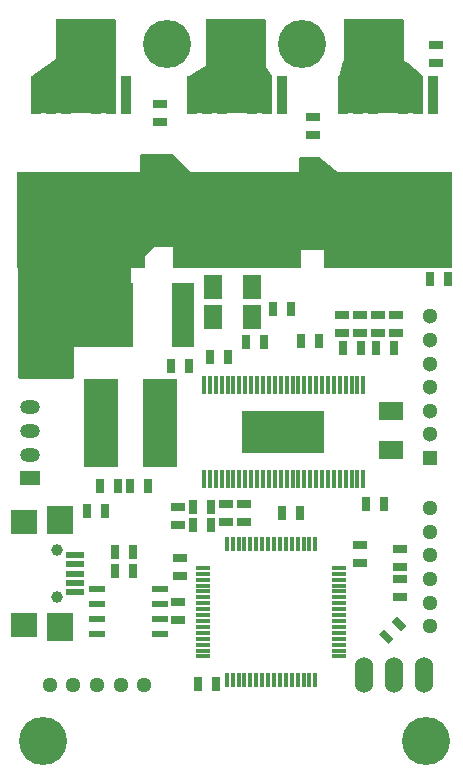
<source format=gts>
G04 #@! TF.FileFunction,Soldermask,Top*
%FSLAX46Y46*%
G04 Gerber Fmt 4.6, Leading zero omitted, Abs format (unit mm)*
G04 Created by KiCad (PCBNEW 4.0.1-stable) date 2016-02-06 8:57:16 PM*
%MOMM*%
G01*
G04 APERTURE LIST*
%ADD10C,0.150000*%
%ADD11C,1.300480*%
%ADD12R,1.699260X1.198880*%
%ADD13O,1.699260X1.198880*%
%ADD14R,10.800080X8.150860*%
%ADD15R,0.899160X3.200400*%
%ADD16O,1.524000X3.048000*%
%ADD17C,4.064000*%
%ADD18R,1.849120X5.499100*%
%ADD19R,2.997200X7.498080*%
%ADD20R,5.000000X4.000000*%
%ADD21R,0.300000X1.300480*%
%ADD22R,1.300480X0.300000*%
%ADD23R,0.299720X1.501140*%
%ADD24R,7.000240X3.599180*%
%ADD25R,1.524000X2.032000*%
%ADD26R,1.143000X0.635000*%
%ADD27R,0.635000X1.143000*%
%ADD28R,2.032000X1.524000*%
%ADD29R,1.399540X0.599440*%
%ADD30R,1.500000X0.500000*%
%ADD31R,2.200000X2.400000*%
%ADD32R,2.200000X2.000000*%
%ADD33C,1.000000*%
%ADD34R,1.300000X1.300000*%
%ADD35C,1.300000*%
%ADD36C,0.254000*%
G04 APERTURE END LIST*
D10*
D11*
X86099240Y-137200000D03*
X88100760Y-137200000D03*
X90099740Y-137200000D03*
X84100260Y-137200000D03*
X82098740Y-137200000D03*
D12*
X80450000Y-119728280D03*
D13*
X80450000Y-115725240D03*
X80450000Y-117726760D03*
X80450000Y-113726260D03*
D11*
X114300000Y-126253240D03*
X114300000Y-128254760D03*
X114300000Y-130253740D03*
X114300000Y-132255260D03*
X114300000Y-124254260D03*
X114300000Y-122252740D03*
D14*
X84709000Y-97848420D03*
D15*
X88519000Y-87246460D03*
X87249000Y-87246460D03*
X85979000Y-87246460D03*
X83439000Y-87246460D03*
X82169000Y-87246460D03*
X80899000Y-87246460D03*
D16*
X108712000Y-136398000D03*
X111252000Y-136398000D03*
X113792000Y-136398000D03*
D17*
X92000000Y-83000000D03*
X103500000Y-83000000D03*
D18*
X93380560Y-105918000D03*
X88229440Y-105918000D03*
D19*
X91399360Y-115062000D03*
X86400640Y-115062000D03*
D20*
X85090000Y-82804000D03*
X97790000Y-82804000D03*
X109474000Y-82804000D03*
D14*
X110744000Y-97848420D03*
D15*
X114554000Y-87246460D03*
X113284000Y-87246460D03*
X112014000Y-87246460D03*
X109474000Y-87246460D03*
X108204000Y-87246460D03*
X106934000Y-87246460D03*
D14*
X97917000Y-97848420D03*
D15*
X101727000Y-87246460D03*
X100457000Y-87246460D03*
X99187000Y-87246460D03*
X96647000Y-87246460D03*
X95377000Y-87246460D03*
X94107000Y-87246460D03*
D21*
X98587560Y-136814560D03*
X99087940Y-136814560D03*
X99588320Y-136814560D03*
X100088700Y-136814560D03*
X100589080Y-136814560D03*
X97088960Y-136814560D03*
X97586800Y-136814560D03*
X98087180Y-136814560D03*
D22*
X106588560Y-134813040D03*
X106588560Y-134315200D03*
X106588560Y-133814820D03*
X106588560Y-133314440D03*
X106588560Y-132814060D03*
X106588560Y-132313680D03*
X106588560Y-131813300D03*
X106588560Y-131312920D03*
D21*
X104587040Y-125313440D03*
X104089200Y-125313440D03*
X103588820Y-125313440D03*
X103088440Y-125313440D03*
X102588060Y-125313440D03*
X102087680Y-125313440D03*
X101587300Y-125313440D03*
X101086920Y-125313440D03*
D22*
X95087440Y-127314960D03*
X95087440Y-127812800D03*
X95087440Y-128313180D03*
X95087440Y-128813560D03*
X95087440Y-129313940D03*
X95087440Y-129814320D03*
X95087440Y-130314700D03*
X95087440Y-130815080D03*
D21*
X101086920Y-136814560D03*
X101587300Y-136814560D03*
X102087680Y-136814560D03*
D22*
X106588560Y-130815080D03*
X106588560Y-130314700D03*
X106588560Y-129814320D03*
D21*
X100589080Y-125313440D03*
X100088700Y-125313440D03*
X99588320Y-125313440D03*
D22*
X95087440Y-131312920D03*
X95087440Y-131813300D03*
X95087440Y-132313680D03*
D21*
X102588060Y-136814560D03*
X103088440Y-136814560D03*
X103588820Y-136814560D03*
X104089200Y-136814560D03*
X104587040Y-136814560D03*
D22*
X106588560Y-129313940D03*
X106588560Y-128813560D03*
X106588560Y-128313180D03*
X106588560Y-127812800D03*
X106588560Y-127314960D03*
D21*
X99087940Y-125313440D03*
X98587560Y-125313440D03*
X98087180Y-125313440D03*
X97586800Y-125313440D03*
X97088960Y-125313440D03*
D22*
X95087440Y-132814060D03*
X95087440Y-133314440D03*
X95087440Y-133814820D03*
X95087440Y-134315200D03*
X95087440Y-134813040D03*
D23*
X104157780Y-111823500D03*
X103657400Y-111823500D03*
X103157020Y-111823500D03*
X102656640Y-111823500D03*
X102156260Y-111823500D03*
X101658420Y-111823500D03*
X101158040Y-111823500D03*
X100657660Y-111823500D03*
X100157280Y-111823500D03*
X99656900Y-111823500D03*
X99156520Y-111823500D03*
X108656120Y-111823500D03*
X108158280Y-111823500D03*
X107657900Y-111823500D03*
X103157020Y-119824500D03*
X106657140Y-111823500D03*
X106156760Y-111823500D03*
X105656380Y-111823500D03*
X105158540Y-111823500D03*
X104658160Y-111823500D03*
X100657660Y-119824500D03*
X101158040Y-119824500D03*
X101658420Y-119824500D03*
X102156260Y-119824500D03*
X102656640Y-119824500D03*
X107157520Y-111823500D03*
X103657400Y-119824500D03*
X104157780Y-119824500D03*
X104658160Y-119824500D03*
X105158540Y-119824500D03*
X105656380Y-119824500D03*
X106156760Y-119824500D03*
X106657140Y-119824500D03*
X95158560Y-119824500D03*
X95656400Y-119824500D03*
X96156780Y-119824500D03*
X96657160Y-119824500D03*
X97157540Y-119824500D03*
X97657920Y-119824500D03*
X98158300Y-119824500D03*
X98656140Y-119824500D03*
X99156520Y-119824500D03*
X99656900Y-119824500D03*
X100157280Y-119824500D03*
X107157520Y-119824500D03*
X107657900Y-119824500D03*
X108158280Y-119824500D03*
X108656120Y-119824500D03*
X98656140Y-111823500D03*
X98158300Y-111823500D03*
X97657920Y-111823500D03*
X97157540Y-111823500D03*
X96657160Y-111823500D03*
X96156780Y-111823500D03*
X95656400Y-111823500D03*
X95158560Y-111823500D03*
D24*
X101854000Y-115824000D03*
D17*
X114000000Y-142000000D03*
X81500000Y-142000000D03*
D25*
X95885000Y-106045000D03*
X99187000Y-106045000D03*
X95885000Y-103505000D03*
X99187000Y-103505000D03*
D26*
X108331000Y-125349000D03*
X108331000Y-126873000D03*
D10*
G36*
X110765790Y-133755433D02*
X109957567Y-132947210D01*
X110406580Y-132498197D01*
X111214803Y-133306420D01*
X110765790Y-133755433D01*
X110765790Y-133755433D01*
G37*
G36*
X111843420Y-132677803D02*
X111035197Y-131869580D01*
X111484210Y-131420567D01*
X112292433Y-132228790D01*
X111843420Y-132677803D01*
X111843420Y-132677803D01*
G37*
D26*
X98552000Y-123444000D03*
X98552000Y-121920000D03*
X93091000Y-128016000D03*
X93091000Y-126492000D03*
D27*
X94234000Y-122174000D03*
X95758000Y-122174000D03*
D26*
X92964000Y-122174000D03*
X92964000Y-123698000D03*
D27*
X101727000Y-122682000D03*
X103251000Y-122682000D03*
X110363000Y-121920000D03*
X108839000Y-121920000D03*
X97155000Y-109474000D03*
X95631000Y-109474000D03*
X100203000Y-108204000D03*
X98679000Y-108204000D03*
X102489000Y-105410000D03*
X100965000Y-105410000D03*
X104902000Y-108077000D03*
X103378000Y-108077000D03*
X106934000Y-108712000D03*
X108458000Y-108712000D03*
X94615000Y-137160000D03*
X96139000Y-137160000D03*
X109728000Y-108712000D03*
X111252000Y-108712000D03*
D28*
X110998000Y-117348000D03*
X110998000Y-114046000D03*
D26*
X111760000Y-125730000D03*
X111760000Y-127254000D03*
X93000000Y-130188000D03*
X93000000Y-131712000D03*
D27*
X114300000Y-102870000D03*
X115824000Y-102870000D03*
D26*
X111760000Y-129794000D03*
X111760000Y-128270000D03*
D27*
X86360000Y-120396000D03*
X87884000Y-120396000D03*
X88900000Y-120396000D03*
X90424000Y-120396000D03*
X94234000Y-123698000D03*
X95758000Y-123698000D03*
D26*
X97028000Y-121920000D03*
X97028000Y-123444000D03*
D27*
X92329000Y-110236000D03*
X93853000Y-110236000D03*
D26*
X114808000Y-84582000D03*
X114808000Y-83058000D03*
X104394000Y-89154000D03*
X104394000Y-90678000D03*
X91440000Y-88011000D03*
X91440000Y-89535000D03*
X106807000Y-105918000D03*
X106807000Y-107442000D03*
X108331000Y-105918000D03*
X108331000Y-107442000D03*
X109855000Y-105918000D03*
X109855000Y-107442000D03*
X111379000Y-105918000D03*
X111379000Y-107442000D03*
D27*
X89162000Y-127550000D03*
X87638000Y-127550000D03*
X89162000Y-126000000D03*
X87638000Y-126000000D03*
X86762000Y-122500000D03*
X85238000Y-122500000D03*
D29*
X86133000Y-132955000D03*
X91467000Y-132955000D03*
X86133000Y-131685000D03*
X86133000Y-130415000D03*
X86133000Y-129145000D03*
X91467000Y-131685000D03*
X91467000Y-130415000D03*
X91467000Y-129145000D03*
D30*
X84200000Y-129400000D03*
X84200000Y-128600000D03*
X84200000Y-127800000D03*
X84200000Y-127000000D03*
X84200000Y-126200000D03*
D31*
X83000000Y-123250000D03*
X83000000Y-132350000D03*
D32*
X79925000Y-123450000D03*
X79925000Y-132150000D03*
D33*
X82700000Y-125800000D03*
X82700000Y-129800000D03*
D34*
X114300000Y-118018560D03*
D35*
X114300000Y-114015520D03*
X114300000Y-116017040D03*
X114300000Y-112016540D03*
X114300000Y-110015020D03*
X114300000Y-108013500D03*
X114300000Y-106014520D03*
D36*
G36*
X100203000Y-84836000D02*
X100224330Y-84906447D01*
X100711000Y-85636452D01*
X100711000Y-88646000D01*
X93853000Y-88646000D01*
X93853000Y-85795967D01*
X95443560Y-84817161D01*
X95480397Y-84782743D01*
X95500941Y-84736706D01*
X95504000Y-84709000D01*
X95504000Y-80899000D01*
X100203000Y-80899000D01*
X100203000Y-84836000D01*
X100203000Y-84836000D01*
G37*
X100203000Y-84836000D02*
X100224330Y-84906447D01*
X100711000Y-85636452D01*
X100711000Y-88646000D01*
X93853000Y-88646000D01*
X93853000Y-85795967D01*
X95443560Y-84817161D01*
X95480397Y-84782743D01*
X95500941Y-84736706D01*
X95504000Y-84709000D01*
X95504000Y-80899000D01*
X100203000Y-80899000D01*
X100203000Y-84836000D01*
G36*
X111887000Y-84328000D02*
X111897006Y-84377410D01*
X111943553Y-84433670D01*
X112319969Y-84684614D01*
X113538000Y-85659039D01*
X113538000Y-88646000D01*
X106680000Y-88646000D01*
X106680000Y-85742008D01*
X107056525Y-84361416D01*
X107061000Y-84328000D01*
X107061000Y-80899000D01*
X111887000Y-80899000D01*
X111887000Y-84328000D01*
X111887000Y-84328000D01*
G37*
X111887000Y-84328000D02*
X111897006Y-84377410D01*
X111943553Y-84433670D01*
X112319969Y-84684614D01*
X113538000Y-85659039D01*
X113538000Y-88646000D01*
X106680000Y-88646000D01*
X106680000Y-85742008D01*
X107056525Y-84361416D01*
X107061000Y-84328000D01*
X107061000Y-80899000D01*
X111887000Y-80899000D01*
X111887000Y-84328000D01*
G36*
X87503000Y-88646000D02*
X80645000Y-88646000D01*
X80645000Y-85664805D01*
X82621949Y-84305653D01*
X82656997Y-84269416D01*
X82677000Y-84201000D01*
X82677000Y-80899000D01*
X87503000Y-80899000D01*
X87503000Y-88646000D01*
X87503000Y-88646000D01*
G37*
X87503000Y-88646000D02*
X80645000Y-88646000D01*
X80645000Y-85664805D01*
X82621949Y-84305653D01*
X82656997Y-84269416D01*
X82677000Y-84201000D01*
X82677000Y-80899000D01*
X87503000Y-80899000D01*
X87503000Y-88646000D01*
G36*
X88773000Y-108458000D02*
X84074000Y-108458000D01*
X84024590Y-108468006D01*
X83982965Y-108496447D01*
X83955685Y-108538841D01*
X83947000Y-108585000D01*
X83947000Y-111125000D01*
X79502000Y-111125000D01*
X79502000Y-101854000D01*
X88773000Y-101854000D01*
X88773000Y-108458000D01*
X88773000Y-108458000D01*
G37*
X88773000Y-108458000D02*
X84074000Y-108458000D01*
X84024590Y-108468006D01*
X83982965Y-108496447D01*
X83955685Y-108538841D01*
X83947000Y-108585000D01*
X83947000Y-111125000D01*
X79502000Y-111125000D01*
X79502000Y-101854000D01*
X88773000Y-101854000D01*
X88773000Y-108458000D01*
G36*
X94107000Y-94032606D02*
X94107000Y-101473000D01*
X92837000Y-101473000D01*
X92837000Y-100076000D01*
X92826994Y-100026590D01*
X92798553Y-99984965D01*
X92756159Y-99957685D01*
X92710000Y-99949000D01*
X90932000Y-99949000D01*
X90882590Y-99959006D01*
X90842197Y-99986197D01*
X89789000Y-101039394D01*
X89789000Y-92329000D01*
X92403394Y-92329000D01*
X94107000Y-94032606D01*
X94107000Y-94032606D01*
G37*
X94107000Y-94032606D02*
X94107000Y-101473000D01*
X92837000Y-101473000D01*
X92837000Y-100076000D01*
X92826994Y-100026590D01*
X92798553Y-99984965D01*
X92756159Y-99957685D01*
X92710000Y-99949000D01*
X90932000Y-99949000D01*
X90882590Y-99959006D01*
X90842197Y-99986197D01*
X89789000Y-101039394D01*
X89789000Y-92329000D01*
X92403394Y-92329000D01*
X94107000Y-94032606D01*
G36*
X106553000Y-94038413D02*
X106553000Y-100203000D01*
X103251000Y-100203000D01*
X103251000Y-92583000D01*
X104855019Y-92583000D01*
X106553000Y-94038413D01*
X106553000Y-94038413D01*
G37*
X106553000Y-94038413D02*
X106553000Y-100203000D01*
X103251000Y-100203000D01*
X103251000Y-92583000D01*
X104855019Y-92583000D01*
X106553000Y-94038413D01*
M02*

</source>
